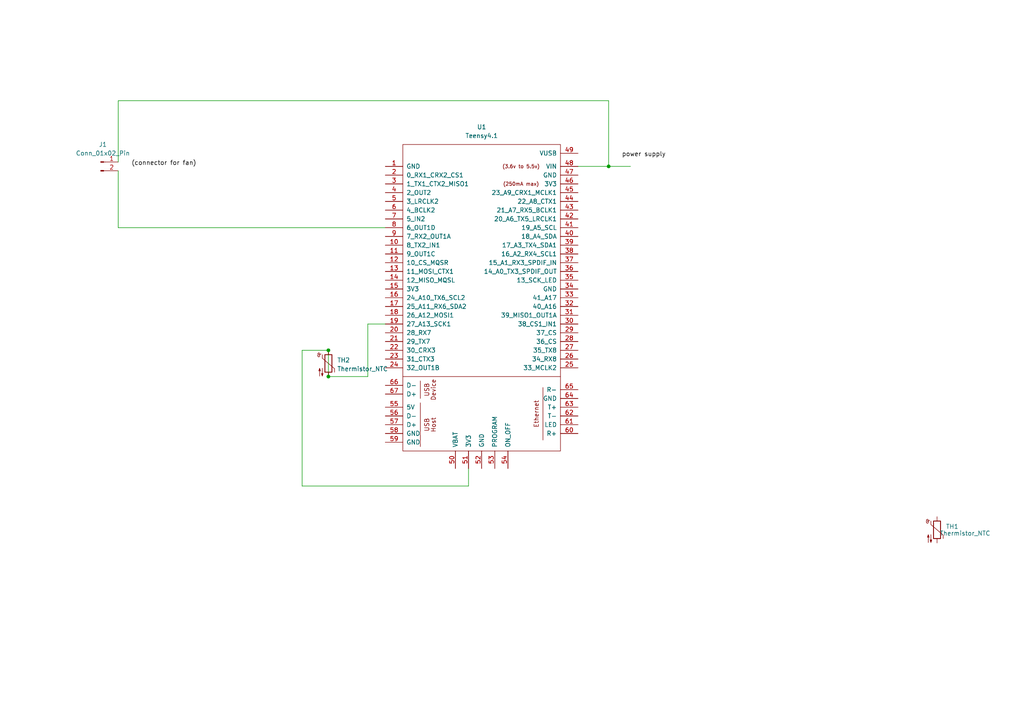
<source format=kicad_sch>
(kicad_sch
	(version 20250114)
	(generator "eeschema")
	(generator_version "9.0")
	(uuid "c0ad08e1-5e0f-496d-90a1-fe6949f5c71f")
	(paper "A4")
	(lib_symbols
		(symbol "Connector:Conn_01x02_Pin"
			(pin_names
				(offset 1.016)
				(hide yes)
			)
			(exclude_from_sim no)
			(in_bom yes)
			(on_board yes)
			(property "Reference" "J"
				(at 0 2.54 0)
				(effects
					(font
						(size 1.27 1.27)
					)
				)
			)
			(property "Value" "Conn_01x02_Pin"
				(at 0 -5.08 0)
				(effects
					(font
						(size 1.27 1.27)
					)
				)
			)
			(property "Footprint" ""
				(at 0 0 0)
				(effects
					(font
						(size 1.27 1.27)
					)
					(hide yes)
				)
			)
			(property "Datasheet" "~"
				(at 0 0 0)
				(effects
					(font
						(size 1.27 1.27)
					)
					(hide yes)
				)
			)
			(property "Description" "Generic connector, single row, 01x02, script generated"
				(at 0 0 0)
				(effects
					(font
						(size 1.27 1.27)
					)
					(hide yes)
				)
			)
			(property "ki_locked" ""
				(at 0 0 0)
				(effects
					(font
						(size 1.27 1.27)
					)
				)
			)
			(property "ki_keywords" "connector"
				(at 0 0 0)
				(effects
					(font
						(size 1.27 1.27)
					)
					(hide yes)
				)
			)
			(property "ki_fp_filters" "Connector*:*_1x??_*"
				(at 0 0 0)
				(effects
					(font
						(size 1.27 1.27)
					)
					(hide yes)
				)
			)
			(symbol "Conn_01x02_Pin_1_1"
				(rectangle
					(start 0.8636 0.127)
					(end 0 -0.127)
					(stroke
						(width 0.1524)
						(type default)
					)
					(fill
						(type outline)
					)
				)
				(rectangle
					(start 0.8636 -2.413)
					(end 0 -2.667)
					(stroke
						(width 0.1524)
						(type default)
					)
					(fill
						(type outline)
					)
				)
				(polyline
					(pts
						(xy 1.27 0) (xy 0.8636 0)
					)
					(stroke
						(width 0.1524)
						(type default)
					)
					(fill
						(type none)
					)
				)
				(polyline
					(pts
						(xy 1.27 -2.54) (xy 0.8636 -2.54)
					)
					(stroke
						(width 0.1524)
						(type default)
					)
					(fill
						(type none)
					)
				)
				(pin passive line
					(at 5.08 0 180)
					(length 3.81)
					(name "Pin_1"
						(effects
							(font
								(size 1.27 1.27)
							)
						)
					)
					(number "1"
						(effects
							(font
								(size 1.27 1.27)
							)
						)
					)
				)
				(pin passive line
					(at 5.08 -2.54 180)
					(length 3.81)
					(name "Pin_2"
						(effects
							(font
								(size 1.27 1.27)
							)
						)
					)
					(number "2"
						(effects
							(font
								(size 1.27 1.27)
							)
						)
					)
				)
			)
			(embedded_fonts no)
		)
		(symbol "Device:Thermistor_NTC"
			(pin_numbers
				(hide yes)
			)
			(pin_names
				(offset 0)
			)
			(exclude_from_sim no)
			(in_bom yes)
			(on_board yes)
			(property "Reference" "TH"
				(at -4.445 0 90)
				(effects
					(font
						(size 1.27 1.27)
					)
				)
			)
			(property "Value" "Thermistor_NTC"
				(at 3.175 0 90)
				(effects
					(font
						(size 1.27 1.27)
					)
				)
			)
			(property "Footprint" ""
				(at 0 1.27 0)
				(effects
					(font
						(size 1.27 1.27)
					)
					(hide yes)
				)
			)
			(property "Datasheet" "~"
				(at 0 1.27 0)
				(effects
					(font
						(size 1.27 1.27)
					)
					(hide yes)
				)
			)
			(property "Description" "Temperature dependent resistor, negative temperature coefficient"
				(at 0 0 0)
				(effects
					(font
						(size 1.27 1.27)
					)
					(hide yes)
				)
			)
			(property "ki_keywords" "thermistor NTC resistor sensor RTD"
				(at 0 0 0)
				(effects
					(font
						(size 1.27 1.27)
					)
					(hide yes)
				)
			)
			(property "ki_fp_filters" "*NTC* *Thermistor* PIN?ARRAY* bornier* *Terminal?Block* R_*"
				(at 0 0 0)
				(effects
					(font
						(size 1.27 1.27)
					)
					(hide yes)
				)
			)
			(symbol "Thermistor_NTC_0_1"
				(arc
					(start -3.175 2.413)
					(mid -3.0506 2.3165)
					(end -3.048 2.159)
					(stroke
						(width 0)
						(type default)
					)
					(fill
						(type none)
					)
				)
				(arc
					(start -3.048 2.794)
					(mid -2.9736 2.9736)
					(end -2.794 3.048)
					(stroke
						(width 0)
						(type default)
					)
					(fill
						(type none)
					)
				)
				(arc
					(start -2.794 3.048)
					(mid -2.6144 2.9736)
					(end -2.54 2.794)
					(stroke
						(width 0)
						(type default)
					)
					(fill
						(type none)
					)
				)
				(arc
					(start -2.794 2.54)
					(mid -2.9736 2.6144)
					(end -3.048 2.794)
					(stroke
						(width 0)
						(type default)
					)
					(fill
						(type none)
					)
				)
				(arc
					(start -2.794 1.905)
					(mid -2.9736 1.9794)
					(end -3.048 2.159)
					(stroke
						(width 0)
						(type default)
					)
					(fill
						(type none)
					)
				)
				(arc
					(start -2.54 2.159)
					(mid -2.6144 1.9794)
					(end -2.794 1.905)
					(stroke
						(width 0)
						(type default)
					)
					(fill
						(type none)
					)
				)
				(arc
					(start -2.159 2.794)
					(mid -2.434 2.5608)
					(end -2.794 2.54)
					(stroke
						(width 0)
						(type default)
					)
					(fill
						(type none)
					)
				)
				(polyline
					(pts
						(xy -2.54 2.159) (xy -2.54 2.794)
					)
					(stroke
						(width 0)
						(type default)
					)
					(fill
						(type none)
					)
				)
				(polyline
					(pts
						(xy -2.54 -3.683) (xy -2.54 -1.397) (xy -2.794 -2.159) (xy -2.286 -2.159) (xy -2.54 -1.397) (xy -2.54 -1.651)
					)
					(stroke
						(width 0)
						(type default)
					)
					(fill
						(type outline)
					)
				)
				(polyline
					(pts
						(xy -1.778 2.54) (xy -1.778 1.524) (xy 1.778 -1.524) (xy 1.778 -2.54)
					)
					(stroke
						(width 0)
						(type default)
					)
					(fill
						(type none)
					)
				)
				(polyline
					(pts
						(xy -1.778 -1.397) (xy -1.778 -3.683) (xy -2.032 -2.921) (xy -1.524 -2.921) (xy -1.778 -3.683)
						(xy -1.778 -3.429)
					)
					(stroke
						(width 0)
						(type default)
					)
					(fill
						(type outline)
					)
				)
				(rectangle
					(start -1.016 2.54)
					(end 1.016 -2.54)
					(stroke
						(width 0.254)
						(type default)
					)
					(fill
						(type none)
					)
				)
			)
			(symbol "Thermistor_NTC_1_1"
				(pin passive line
					(at 0 3.81 270)
					(length 1.27)
					(name "~"
						(effects
							(font
								(size 1.27 1.27)
							)
						)
					)
					(number "1"
						(effects
							(font
								(size 1.27 1.27)
							)
						)
					)
				)
				(pin passive line
					(at 0 -3.81 90)
					(length 1.27)
					(name "~"
						(effects
							(font
								(size 1.27 1.27)
							)
						)
					)
					(number "2"
						(effects
							(font
								(size 1.27 1.27)
							)
						)
					)
				)
			)
			(embedded_fonts no)
		)
		(symbol "teensy:Teensy4.1"
			(pin_names
				(offset 1.016)
			)
			(exclude_from_sim no)
			(in_bom yes)
			(on_board yes)
			(property "Reference" "U"
				(at 0 64.77 0)
				(effects
					(font
						(size 1.27 1.27)
					)
				)
			)
			(property "Value" "Teensy4.1"
				(at 0 62.23 0)
				(effects
					(font
						(size 1.27 1.27)
					)
				)
			)
			(property "Footprint" ""
				(at -10.16 10.16 0)
				(effects
					(font
						(size 1.27 1.27)
					)
					(hide yes)
				)
			)
			(property "Datasheet" ""
				(at -10.16 10.16 0)
				(effects
					(font
						(size 1.27 1.27)
					)
					(hide yes)
				)
			)
			(property "Description" ""
				(at 0 0 0)
				(effects
					(font
						(size 1.27 1.27)
					)
					(hide yes)
				)
			)
			(symbol "Teensy4.1_0_0"
				(polyline
					(pts
						(xy -22.86 -6.35) (xy 22.86 -6.35)
					)
					(stroke
						(width 0)
						(type solid)
					)
					(fill
						(type none)
					)
				)
				(polyline
					(pts
						(xy -17.78 -7.62) (xy -17.78 -12.7)
					)
					(stroke
						(width 0)
						(type solid)
					)
					(fill
						(type none)
					)
				)
				(polyline
					(pts
						(xy -17.78 -26.67) (xy -17.78 -13.97)
					)
					(stroke
						(width 0)
						(type solid)
					)
					(fill
						(type none)
					)
				)
				(polyline
					(pts
						(xy 17.78 -9.525) (xy 17.78 -24.765)
					)
					(stroke
						(width 0)
						(type solid)
					)
					(fill
						(type none)
					)
				)
				(text "USB"
					(at -15.875 -10.16 900)
					(effects
						(font
							(size 1.27 1.27)
						)
					)
				)
				(text "USB"
					(at -15.875 -20.32 900)
					(effects
						(font
							(size 1.27 1.27)
						)
					)
				)
				(text "Device"
					(at -13.97 -10.16 900)
					(effects
						(font
							(size 1.27 1.27)
						)
					)
				)
				(text "Host"
					(at -13.97 -20.32 900)
					(effects
						(font
							(size 1.27 1.27)
						)
					)
				)
				(text "(3.6v to 5.5v)"
					(at 11.43 54.61 0)
					(effects
						(font
							(size 1.016 1.016)
						)
					)
				)
				(text "(250mA max)"
					(at 11.43 49.53 0)
					(effects
						(font
							(size 1.016 1.016)
						)
					)
				)
				(text "Ethernet"
					(at 15.875 -17.145 900)
					(effects
						(font
							(size 1.27 1.27)
						)
					)
				)
				(pin bidirectional line
					(at -27.94 44.45 0)
					(length 5.08)
					(name "3_LRCLK2"
						(effects
							(font
								(size 1.27 1.27)
							)
						)
					)
					(number "5"
						(effects
							(font
								(size 1.27 1.27)
							)
						)
					)
				)
				(pin bidirectional line
					(at -27.94 41.91 0)
					(length 5.08)
					(name "4_BCLK2"
						(effects
							(font
								(size 1.27 1.27)
							)
						)
					)
					(number "6"
						(effects
							(font
								(size 1.27 1.27)
							)
						)
					)
				)
				(pin bidirectional line
					(at -27.94 39.37 0)
					(length 5.08)
					(name "5_IN2"
						(effects
							(font
								(size 1.27 1.27)
							)
						)
					)
					(number "7"
						(effects
							(font
								(size 1.27 1.27)
							)
						)
					)
				)
				(pin bidirectional line
					(at -27.94 36.83 0)
					(length 5.08)
					(name "6_OUT1D"
						(effects
							(font
								(size 1.27 1.27)
							)
						)
					)
					(number "8"
						(effects
							(font
								(size 1.27 1.27)
							)
						)
					)
				)
				(pin bidirectional line
					(at -27.94 34.29 0)
					(length 5.08)
					(name "7_RX2_OUT1A"
						(effects
							(font
								(size 1.27 1.27)
							)
						)
					)
					(number "9"
						(effects
							(font
								(size 1.27 1.27)
							)
						)
					)
				)
				(pin bidirectional line
					(at -27.94 31.75 0)
					(length 5.08)
					(name "8_TX2_IN1"
						(effects
							(font
								(size 1.27 1.27)
							)
						)
					)
					(number "10"
						(effects
							(font
								(size 1.27 1.27)
							)
						)
					)
				)
				(pin bidirectional line
					(at -27.94 29.21 0)
					(length 5.08)
					(name "9_OUT1C"
						(effects
							(font
								(size 1.27 1.27)
							)
						)
					)
					(number "11"
						(effects
							(font
								(size 1.27 1.27)
							)
						)
					)
				)
				(pin bidirectional line
					(at -27.94 26.67 0)
					(length 5.08)
					(name "10_CS_MQSR"
						(effects
							(font
								(size 1.27 1.27)
							)
						)
					)
					(number "12"
						(effects
							(font
								(size 1.27 1.27)
							)
						)
					)
				)
				(pin bidirectional line
					(at -27.94 24.13 0)
					(length 5.08)
					(name "11_MOSI_CTX1"
						(effects
							(font
								(size 1.27 1.27)
							)
						)
					)
					(number "13"
						(effects
							(font
								(size 1.27 1.27)
							)
						)
					)
				)
				(pin bidirectional line
					(at -27.94 21.59 0)
					(length 5.08)
					(name "12_MISO_MQSL"
						(effects
							(font
								(size 1.27 1.27)
							)
						)
					)
					(number "14"
						(effects
							(font
								(size 1.27 1.27)
							)
						)
					)
				)
				(pin power_in line
					(at -27.94 19.05 0)
					(length 5.08)
					(name "3V3"
						(effects
							(font
								(size 1.27 1.27)
							)
						)
					)
					(number "15"
						(effects
							(font
								(size 1.27 1.27)
							)
						)
					)
				)
				(pin bidirectional line
					(at -27.94 16.51 0)
					(length 5.08)
					(name "24_A10_TX6_SCL2"
						(effects
							(font
								(size 1.27 1.27)
							)
						)
					)
					(number "16"
						(effects
							(font
								(size 1.27 1.27)
							)
						)
					)
				)
				(pin bidirectional line
					(at -27.94 13.97 0)
					(length 5.08)
					(name "25_A11_RX6_SDA2"
						(effects
							(font
								(size 1.27 1.27)
							)
						)
					)
					(number "17"
						(effects
							(font
								(size 1.27 1.27)
							)
						)
					)
				)
				(pin bidirectional line
					(at -27.94 11.43 0)
					(length 5.08)
					(name "26_A12_MOSI1"
						(effects
							(font
								(size 1.27 1.27)
							)
						)
					)
					(number "18"
						(effects
							(font
								(size 1.27 1.27)
							)
						)
					)
				)
				(pin bidirectional line
					(at -27.94 8.89 0)
					(length 5.08)
					(name "27_A13_SCK1"
						(effects
							(font
								(size 1.27 1.27)
							)
						)
					)
					(number "19"
						(effects
							(font
								(size 1.27 1.27)
							)
						)
					)
				)
				(pin bidirectional line
					(at -27.94 6.35 0)
					(length 5.08)
					(name "28_RX7"
						(effects
							(font
								(size 1.27 1.27)
							)
						)
					)
					(number "20"
						(effects
							(font
								(size 1.27 1.27)
							)
						)
					)
				)
				(pin bidirectional line
					(at -27.94 3.81 0)
					(length 5.08)
					(name "29_TX7"
						(effects
							(font
								(size 1.27 1.27)
							)
						)
					)
					(number "21"
						(effects
							(font
								(size 1.27 1.27)
							)
						)
					)
				)
				(pin bidirectional line
					(at -27.94 1.27 0)
					(length 5.08)
					(name "30_CRX3"
						(effects
							(font
								(size 1.27 1.27)
							)
						)
					)
					(number "22"
						(effects
							(font
								(size 1.27 1.27)
							)
						)
					)
				)
				(pin bidirectional line
					(at -27.94 -1.27 0)
					(length 5.08)
					(name "31_CTX3"
						(effects
							(font
								(size 1.27 1.27)
							)
						)
					)
					(number "23"
						(effects
							(font
								(size 1.27 1.27)
							)
						)
					)
				)
				(pin bidirectional line
					(at -27.94 -3.81 0)
					(length 5.08)
					(name "32_OUT1B"
						(effects
							(font
								(size 1.27 1.27)
							)
						)
					)
					(number "24"
						(effects
							(font
								(size 1.27 1.27)
							)
						)
					)
				)
				(pin bidirectional line
					(at -27.94 -8.89 0)
					(length 5.08)
					(name "D-"
						(effects
							(font
								(size 1.27 1.27)
							)
						)
					)
					(number "66"
						(effects
							(font
								(size 1.27 1.27)
							)
						)
					)
				)
				(pin bidirectional line
					(at -27.94 -11.43 0)
					(length 5.08)
					(name "D+"
						(effects
							(font
								(size 1.27 1.27)
							)
						)
					)
					(number "67"
						(effects
							(font
								(size 1.27 1.27)
							)
						)
					)
				)
				(pin power_out line
					(at -27.94 -15.24 0)
					(length 5.08)
					(name "5V"
						(effects
							(font
								(size 1.27 1.27)
							)
						)
					)
					(number "55"
						(effects
							(font
								(size 1.27 1.27)
							)
						)
					)
				)
				(pin bidirectional line
					(at -27.94 -17.78 0)
					(length 5.08)
					(name "D-"
						(effects
							(font
								(size 1.27 1.27)
							)
						)
					)
					(number "56"
						(effects
							(font
								(size 1.27 1.27)
							)
						)
					)
				)
				(pin bidirectional line
					(at -27.94 -20.32 0)
					(length 5.08)
					(name "D+"
						(effects
							(font
								(size 1.27 1.27)
							)
						)
					)
					(number "57"
						(effects
							(font
								(size 1.27 1.27)
							)
						)
					)
				)
				(pin power_in line
					(at -27.94 -22.86 0)
					(length 5.08)
					(name "GND"
						(effects
							(font
								(size 1.27 1.27)
							)
						)
					)
					(number "58"
						(effects
							(font
								(size 1.27 1.27)
							)
						)
					)
				)
				(pin power_in line
					(at -27.94 -25.4 0)
					(length 5.08)
					(name "GND"
						(effects
							(font
								(size 1.27 1.27)
							)
						)
					)
					(number "59"
						(effects
							(font
								(size 1.27 1.27)
							)
						)
					)
				)
				(pin power_in line
					(at -7.62 -33.02 90)
					(length 5.08)
					(name "VBAT"
						(effects
							(font
								(size 1.27 1.27)
							)
						)
					)
					(number "50"
						(effects
							(font
								(size 1.27 1.27)
							)
						)
					)
				)
				(pin power_in line
					(at -3.81 -33.02 90)
					(length 5.08)
					(name "3V3"
						(effects
							(font
								(size 1.27 1.27)
							)
						)
					)
					(number "51"
						(effects
							(font
								(size 1.27 1.27)
							)
						)
					)
				)
				(pin input line
					(at 0 -33.02 90)
					(length 5.08)
					(name "GND"
						(effects
							(font
								(size 1.27 1.27)
							)
						)
					)
					(number "52"
						(effects
							(font
								(size 1.27 1.27)
							)
						)
					)
				)
				(pin input line
					(at 3.81 -33.02 90)
					(length 5.08)
					(name "PROGRAM"
						(effects
							(font
								(size 1.27 1.27)
							)
						)
					)
					(number "53"
						(effects
							(font
								(size 1.27 1.27)
							)
						)
					)
				)
				(pin input line
					(at 7.62 -33.02 90)
					(length 5.08)
					(name "ON_OFF"
						(effects
							(font
								(size 1.27 1.27)
							)
						)
					)
					(number "54"
						(effects
							(font
								(size 1.27 1.27)
							)
						)
					)
				)
				(pin power_out line
					(at 27.94 58.42 180)
					(length 5.08)
					(name "VUSB"
						(effects
							(font
								(size 1.27 1.27)
							)
						)
					)
					(number "49"
						(effects
							(font
								(size 1.27 1.27)
							)
						)
					)
				)
				(pin power_in line
					(at 27.94 54.61 180)
					(length 5.08)
					(name "VIN"
						(effects
							(font
								(size 1.27 1.27)
							)
						)
					)
					(number "48"
						(effects
							(font
								(size 1.27 1.27)
							)
						)
					)
				)
				(pin output line
					(at 27.94 52.07 180)
					(length 5.08)
					(name "GND"
						(effects
							(font
								(size 1.27 1.27)
							)
						)
					)
					(number "47"
						(effects
							(font
								(size 1.27 1.27)
							)
						)
					)
				)
				(pin output line
					(at 27.94 49.53 180)
					(length 5.08)
					(name "3V3"
						(effects
							(font
								(size 1.27 1.27)
							)
						)
					)
					(number "46"
						(effects
							(font
								(size 1.27 1.27)
							)
						)
					)
				)
				(pin bidirectional line
					(at 27.94 46.99 180)
					(length 5.08)
					(name "23_A9_CRX1_MCLK1"
						(effects
							(font
								(size 1.27 1.27)
							)
						)
					)
					(number "45"
						(effects
							(font
								(size 1.27 1.27)
							)
						)
					)
				)
				(pin bidirectional line
					(at 27.94 44.45 180)
					(length 5.08)
					(name "22_A8_CTX1"
						(effects
							(font
								(size 1.27 1.27)
							)
						)
					)
					(number "44"
						(effects
							(font
								(size 1.27 1.27)
							)
						)
					)
				)
				(pin bidirectional line
					(at 27.94 41.91 180)
					(length 5.08)
					(name "21_A7_RX5_BCLK1"
						(effects
							(font
								(size 1.27 1.27)
							)
						)
					)
					(number "43"
						(effects
							(font
								(size 1.27 1.27)
							)
						)
					)
				)
				(pin bidirectional line
					(at 27.94 39.37 180)
					(length 5.08)
					(name "20_A6_TX5_LRCLK1"
						(effects
							(font
								(size 1.27 1.27)
							)
						)
					)
					(number "42"
						(effects
							(font
								(size 1.27 1.27)
							)
						)
					)
				)
				(pin bidirectional line
					(at 27.94 36.83 180)
					(length 5.08)
					(name "19_A5_SCL"
						(effects
							(font
								(size 1.27 1.27)
							)
						)
					)
					(number "41"
						(effects
							(font
								(size 1.27 1.27)
							)
						)
					)
				)
				(pin bidirectional line
					(at 27.94 34.29 180)
					(length 5.08)
					(name "18_A4_SDA"
						(effects
							(font
								(size 1.27 1.27)
							)
						)
					)
					(number "40"
						(effects
							(font
								(size 1.27 1.27)
							)
						)
					)
				)
				(pin bidirectional line
					(at 27.94 31.75 180)
					(length 5.08)
					(name "17_A3_TX4_SDA1"
						(effects
							(font
								(size 1.27 1.27)
							)
						)
					)
					(number "39"
						(effects
							(font
								(size 1.27 1.27)
							)
						)
					)
				)
				(pin bidirectional line
					(at 27.94 29.21 180)
					(length 5.08)
					(name "16_A2_RX4_SCL1"
						(effects
							(font
								(size 1.27 1.27)
							)
						)
					)
					(number "38"
						(effects
							(font
								(size 1.27 1.27)
							)
						)
					)
				)
				(pin bidirectional line
					(at 27.94 26.67 180)
					(length 5.08)
					(name "15_A1_RX3_SPDIF_IN"
						(effects
							(font
								(size 1.27 1.27)
							)
						)
					)
					(number "37"
						(effects
							(font
								(size 1.27 1.27)
							)
						)
					)
				)
				(pin bidirectional line
					(at 27.94 24.13 180)
					(length 5.08)
					(name "14_A0_TX3_SPDIF_OUT"
						(effects
							(font
								(size 1.27 1.27)
							)
						)
					)
					(number "36"
						(effects
							(font
								(size 1.27 1.27)
							)
						)
					)
				)
				(pin bidirectional line
					(at 27.94 21.59 180)
					(length 5.08)
					(name "13_SCK_LED"
						(effects
							(font
								(size 1.27 1.27)
							)
						)
					)
					(number "35"
						(effects
							(font
								(size 1.27 1.27)
							)
						)
					)
				)
				(pin bidirectional line
					(at 27.94 16.51 180)
					(length 5.08)
					(name "41_A17"
						(effects
							(font
								(size 1.27 1.27)
							)
						)
					)
					(number "33"
						(effects
							(font
								(size 1.27 1.27)
							)
						)
					)
				)
				(pin bidirectional line
					(at 27.94 13.97 180)
					(length 5.08)
					(name "40_A16"
						(effects
							(font
								(size 1.27 1.27)
							)
						)
					)
					(number "32"
						(effects
							(font
								(size 1.27 1.27)
							)
						)
					)
				)
				(pin bidirectional line
					(at 27.94 11.43 180)
					(length 5.08)
					(name "39_MISO1_OUT1A"
						(effects
							(font
								(size 1.27 1.27)
							)
						)
					)
					(number "31"
						(effects
							(font
								(size 1.27 1.27)
							)
						)
					)
				)
				(pin bidirectional line
					(at 27.94 8.89 180)
					(length 5.08)
					(name "38_CS1_IN1"
						(effects
							(font
								(size 1.27 1.27)
							)
						)
					)
					(number "30"
						(effects
							(font
								(size 1.27 1.27)
							)
						)
					)
				)
				(pin bidirectional line
					(at 27.94 6.35 180)
					(length 5.08)
					(name "37_CS"
						(effects
							(font
								(size 1.27 1.27)
							)
						)
					)
					(number "29"
						(effects
							(font
								(size 1.27 1.27)
							)
						)
					)
				)
				(pin bidirectional line
					(at 27.94 3.81 180)
					(length 5.08)
					(name "36_CS"
						(effects
							(font
								(size 1.27 1.27)
							)
						)
					)
					(number "28"
						(effects
							(font
								(size 1.27 1.27)
							)
						)
					)
				)
				(pin bidirectional line
					(at 27.94 1.27 180)
					(length 5.08)
					(name "35_TX8"
						(effects
							(font
								(size 1.27 1.27)
							)
						)
					)
					(number "27"
						(effects
							(font
								(size 1.27 1.27)
							)
						)
					)
				)
				(pin bidirectional line
					(at 27.94 -1.27 180)
					(length 5.08)
					(name "34_RX8"
						(effects
							(font
								(size 1.27 1.27)
							)
						)
					)
					(number "26"
						(effects
							(font
								(size 1.27 1.27)
							)
						)
					)
				)
				(pin bidirectional line
					(at 27.94 -3.81 180)
					(length 5.08)
					(name "33_MCLK2"
						(effects
							(font
								(size 1.27 1.27)
							)
						)
					)
					(number "25"
						(effects
							(font
								(size 1.27 1.27)
							)
						)
					)
				)
				(pin bidirectional line
					(at 27.94 -10.16 180)
					(length 5.08)
					(name "R-"
						(effects
							(font
								(size 1.27 1.27)
							)
						)
					)
					(number "65"
						(effects
							(font
								(size 1.27 1.27)
							)
						)
					)
				)
				(pin power_in line
					(at 27.94 -12.7 180)
					(length 5.08)
					(name "GND"
						(effects
							(font
								(size 1.27 1.27)
							)
						)
					)
					(number "64"
						(effects
							(font
								(size 1.27 1.27)
							)
						)
					)
				)
				(pin bidirectional line
					(at 27.94 -15.24 180)
					(length 5.08)
					(name "T+"
						(effects
							(font
								(size 1.27 1.27)
							)
						)
					)
					(number "63"
						(effects
							(font
								(size 1.27 1.27)
							)
						)
					)
				)
				(pin bidirectional line
					(at 27.94 -17.78 180)
					(length 5.08)
					(name "T-"
						(effects
							(font
								(size 1.27 1.27)
							)
						)
					)
					(number "62"
						(effects
							(font
								(size 1.27 1.27)
							)
						)
					)
				)
				(pin bidirectional line
					(at 27.94 -20.32 180)
					(length 5.08)
					(name "LED"
						(effects
							(font
								(size 1.27 1.27)
							)
						)
					)
					(number "61"
						(effects
							(font
								(size 1.27 1.27)
							)
						)
					)
				)
				(pin bidirectional line
					(at 27.94 -22.86 180)
					(length 5.08)
					(name "R+"
						(effects
							(font
								(size 1.27 1.27)
							)
						)
					)
					(number "60"
						(effects
							(font
								(size 1.27 1.27)
							)
						)
					)
				)
			)
			(symbol "Teensy4.1_0_1"
				(rectangle
					(start -22.86 60.96)
					(end 22.86 -27.94)
					(stroke
						(width 0)
						(type solid)
					)
					(fill
						(type none)
					)
				)
				(rectangle
					(start -20.32 -1.27)
					(end -20.32 -1.27)
					(stroke
						(width 0)
						(type solid)
					)
					(fill
						(type none)
					)
				)
			)
			(symbol "Teensy4.1_1_1"
				(pin power_in line
					(at -27.94 54.61 0)
					(length 5.08)
					(name "GND"
						(effects
							(font
								(size 1.27 1.27)
							)
						)
					)
					(number "1"
						(effects
							(font
								(size 1.27 1.27)
							)
						)
					)
				)
				(pin bidirectional line
					(at -27.94 52.07 0)
					(length 5.08)
					(name "0_RX1_CRX2_CS1"
						(effects
							(font
								(size 1.27 1.27)
							)
						)
					)
					(number "2"
						(effects
							(font
								(size 1.27 1.27)
							)
						)
					)
				)
				(pin bidirectional line
					(at -27.94 49.53 0)
					(length 5.08)
					(name "1_TX1_CTX2_MISO1"
						(effects
							(font
								(size 1.27 1.27)
							)
						)
					)
					(number "3"
						(effects
							(font
								(size 1.27 1.27)
							)
						)
					)
				)
				(pin bidirectional line
					(at -27.94 46.99 0)
					(length 5.08)
					(name "2_OUT2"
						(effects
							(font
								(size 1.27 1.27)
							)
						)
					)
					(number "4"
						(effects
							(font
								(size 1.27 1.27)
							)
						)
					)
				)
				(pin power_in line
					(at 27.94 19.05 180)
					(length 5.08)
					(name "GND"
						(effects
							(font
								(size 1.27 1.27)
							)
						)
					)
					(number "34"
						(effects
							(font
								(size 1.27 1.27)
							)
						)
					)
				)
			)
			(embedded_fonts no)
		)
	)
	(junction
		(at 176.53 48.26)
		(diameter 0)
		(color 0 0 0 0)
		(uuid "0889576a-2c69-4af7-aca0-44f9b8c32436")
	)
	(junction
		(at 95.25 109.22)
		(diameter 0)
		(color 0 0 0 0)
		(uuid "2d8394f0-7b58-4468-9ff0-f039648cc8ba")
	)
	(junction
		(at 95.25 101.6)
		(diameter 0)
		(color 0 0 0 0)
		(uuid "8f3857e7-2967-4cc2-9b1b-2648fa63bd2e")
	)
	(wire
		(pts
			(xy 87.63 140.97) (xy 87.63 101.6)
		)
		(stroke
			(width 0)
			(type default)
		)
		(uuid "0274c20d-2044-436c-8dcb-cc478c777bb2")
	)
	(wire
		(pts
			(xy 106.68 109.22) (xy 106.68 93.98)
		)
		(stroke
			(width 0)
			(type default)
		)
		(uuid "0337033d-c75a-41d4-aee3-2cb99cadc190")
	)
	(wire
		(pts
			(xy 176.53 48.26) (xy 182.88 48.26)
		)
		(stroke
			(width 0)
			(type default)
		)
		(uuid "22604b69-a7e5-4d97-8ffe-fc46c5c81d75")
	)
	(wire
		(pts
			(xy 34.29 29.21) (xy 34.29 46.99)
		)
		(stroke
			(width 0)
			(type default)
		)
		(uuid "3acb49e1-77e8-4b0c-b89f-840cb20fb77a")
	)
	(wire
		(pts
			(xy 95.25 109.22) (xy 106.68 109.22)
		)
		(stroke
			(width 0)
			(type default)
		)
		(uuid "494870a4-0ea0-46c8-b55e-342d5eb837f8")
	)
	(wire
		(pts
			(xy 95.25 109.22) (xy 95.25 101.6)
		)
		(stroke
			(width 0)
			(type default)
		)
		(uuid "5c59669d-5f3e-4688-89d8-85475cebb33d")
	)
	(wire
		(pts
			(xy 87.63 101.6) (xy 95.25 101.6)
		)
		(stroke
			(width 0)
			(type default)
		)
		(uuid "85524673-3233-436b-b2f6-19e7a666a1a2")
	)
	(wire
		(pts
			(xy 106.68 93.98) (xy 111.76 93.98)
		)
		(stroke
			(width 0)
			(type default)
		)
		(uuid "90cbf71f-adf0-4feb-94a6-f7f3236447c2")
	)
	(wire
		(pts
			(xy 34.29 66.04) (xy 111.76 66.04)
		)
		(stroke
			(width 0)
			(type default)
		)
		(uuid "915bab0a-5dd0-4244-bc9c-97ab2f69d850")
	)
	(wire
		(pts
			(xy 135.89 135.89) (xy 135.89 140.97)
		)
		(stroke
			(width 0)
			(type default)
		)
		(uuid "9ef94a6b-d80c-4dee-bb64-fba260f41cd5")
	)
	(wire
		(pts
			(xy 176.53 48.26) (xy 176.53 29.21)
		)
		(stroke
			(width 0)
			(type default)
		)
		(uuid "a142f48f-9a7d-4c77-af05-e55618488bdf")
	)
	(wire
		(pts
			(xy 135.89 140.97) (xy 87.63 140.97)
		)
		(stroke
			(width 0)
			(type default)
		)
		(uuid "a8ad8b96-9fbc-4b92-9488-54751588432f")
	)
	(wire
		(pts
			(xy 34.29 29.21) (xy 176.53 29.21)
		)
		(stroke
			(width 0)
			(type default)
		)
		(uuid "a9bc7002-6ddc-4d22-b17a-76421621c160")
	)
	(wire
		(pts
			(xy 34.29 66.04) (xy 34.29 49.53)
		)
		(stroke
			(width 0)
			(type default)
		)
		(uuid "b010bfd6-c2fa-4b15-9132-ef5c56e4fe6d")
	)
	(wire
		(pts
			(xy 167.64 48.26) (xy 176.53 48.26)
		)
		(stroke
			(width 0)
			(type default)
		)
		(uuid "b397bd44-2eb0-455e-b51a-17a3fdc670b5")
	)
	(label "(connector for fan)"
		(at 38.1 48.26 0)
		(effects
			(font
				(size 1.27 1.27)
			)
			(justify left bottom)
		)
		(uuid "4c0db2ff-bb09-4b92-baa6-790f671cae07")
	)
	(label "power supply"
		(at 180.34 45.72 0)
		(effects
			(font
				(size 1.27 1.27)
			)
			(justify left bottom)
		)
		(uuid "cf3740fe-27fa-4765-8d9e-57c3a942593c")
	)
	(symbol
		(lib_id "teensy:Teensy4.1")
		(at 139.7 102.87 0)
		(unit 1)
		(exclude_from_sim no)
		(in_bom yes)
		(on_board yes)
		(dnp no)
		(fields_autoplaced yes)
		(uuid "14d27580-3185-4192-a77c-1944616aa876")
		(property "Reference" "U1"
			(at 139.7 36.83 0)
			(effects
				(font
					(size 1.27 1.27)
				)
			)
		)
		(property "Value" "Teensy4.1"
			(at 139.7 39.37 0)
			(effects
				(font
					(size 1.27 1.27)
				)
			)
		)
		(property "Footprint" ""
			(at 129.54 92.71 0)
			(effects
				(font
					(size 1.27 1.27)
				)
				(hide yes)
			)
		)
		(property "Datasheet" ""
			(at 129.54 92.71 0)
			(effects
				(font
					(size 1.27 1.27)
				)
				(hide yes)
			)
		)
		(property "Description" ""
			(at 139.7 102.87 0)
			(effects
				(font
					(size 1.27 1.27)
				)
				(hide yes)
			)
		)
		(pin "16"
			(uuid "729076ff-06d8-4cce-bf82-1da6313052a5")
		)
		(pin "23"
			(uuid "ade5f856-680b-4c86-8b94-c275469812aa")
		)
		(pin "12"
			(uuid "0f13d67c-8e33-446c-9227-f28e8c4deb82")
		)
		(pin "50"
			(uuid "71c414f8-bb29-4e60-90eb-1154b6efc8b3")
		)
		(pin "6"
			(uuid "a62f230b-03ed-46d1-969a-1f8c8ed79b37")
		)
		(pin "8"
			(uuid "640c1f6d-9738-4c84-a57a-271ad9d26fba")
		)
		(pin "9"
			(uuid "3439850a-9c5b-4e1c-ac07-4fab21561fc7")
		)
		(pin "15"
			(uuid "b2aebd81-27b5-42b4-9509-6a4edc02f0e6")
		)
		(pin "17"
			(uuid "da94af5f-c114-4241-b042-c9272b084022")
		)
		(pin "18"
			(uuid "d7c4880c-be57-4db4-8985-c09258e85e3a")
		)
		(pin "56"
			(uuid "ab6a4eff-0b7a-43dd-afc5-1e6fa899af95")
		)
		(pin "58"
			(uuid "7e796efe-b7e7-4a98-91b3-57c4b1a8bbf5")
		)
		(pin "24"
			(uuid "9e0f1f53-cd7a-43aa-b017-5a0e62cc9dda")
		)
		(pin "7"
			(uuid "84112cbe-e4b3-4bfc-ac0c-c8f960b167f6")
		)
		(pin "5"
			(uuid "65284488-39cb-46d2-a7b0-28bb7b0a3ab3")
		)
		(pin "21"
			(uuid "812df4af-55f7-4aeb-bd17-6c5c81c017bf")
		)
		(pin "20"
			(uuid "93668e69-c6a6-42b3-ae33-fafb75a16749")
		)
		(pin "66"
			(uuid "e0864ec3-9331-40b5-9c74-f435f0be8a82")
		)
		(pin "67"
			(uuid "8119739c-71c5-4859-b646-57248a02d300")
		)
		(pin "55"
			(uuid "7adeb058-b92a-409d-b40c-c502d012d584")
		)
		(pin "10"
			(uuid "bbb8a911-c398-4949-aeab-762c7e44b7b4")
		)
		(pin "14"
			(uuid "824e5775-17b6-46c6-86da-14bf82930a4b")
		)
		(pin "11"
			(uuid "59b1a791-3576-40f4-8103-ab8a40a59aae")
		)
		(pin "13"
			(uuid "e47682e4-02b7-4814-8f01-ad269aa5ac58")
		)
		(pin "19"
			(uuid "44f36566-47a0-4ba5-b0b8-268d7f432689")
		)
		(pin "22"
			(uuid "4eb75979-a152-46c1-a863-bff6ba329190")
		)
		(pin "57"
			(uuid "c947b4e3-4620-4ff8-af0c-e9586366ab06")
		)
		(pin "59"
			(uuid "7c2d51ba-7059-47fd-9035-75c5811a7832")
		)
		(pin "54"
			(uuid "52b6310c-60d7-4b49-9ec5-d3b009d02795")
		)
		(pin "38"
			(uuid "20f3013b-6234-4760-ba68-b3868cfc6efa")
		)
		(pin "29"
			(uuid "36962ff6-c370-47a6-a902-8377f03e5537")
		)
		(pin "45"
			(uuid "87b5c0a7-8c85-4455-aa71-e5ac1305a6bb")
		)
		(pin "65"
			(uuid "6c64aa1b-654e-49a0-9961-44d551caaad0")
		)
		(pin "51"
			(uuid "7244c8e2-2161-4bf4-8f49-98dc4292f6b4")
		)
		(pin "31"
			(uuid "277c4b1b-5094-4d53-a491-b8767ac23125")
		)
		(pin "44"
			(uuid "b7f11b7a-7ca1-4fe9-adbb-4d1554be3565")
		)
		(pin "28"
			(uuid "e3085a21-78ff-4360-9623-7df389d5b3e1")
		)
		(pin "25"
			(uuid "9dce715f-5678-4be8-81f5-fede6c935c1d")
		)
		(pin "49"
			(uuid "017f58a1-8938-4a51-8ecb-e97a3cc98325")
		)
		(pin "46"
			(uuid "e73ad136-9577-4f60-acec-e395d8d0cb2b")
		)
		(pin "30"
			(uuid "f73b137f-d18f-49d9-aff4-d5eb045615fd")
		)
		(pin "42"
			(uuid "19fe0afb-fbde-4485-8c1c-8adb4a5c456d")
		)
		(pin "52"
			(uuid "0dc3bad2-2d96-44c2-9f86-64887c9e1c96")
		)
		(pin "47"
			(uuid "1cb61963-f9ee-44b2-85f5-c9e5e22b5e52")
		)
		(pin "43"
			(uuid "f2f94d5e-d16c-432c-a6a3-04f975a8d8ac")
		)
		(pin "48"
			(uuid "24ac79f6-3d65-4002-bf6c-c2305c00b3fa")
		)
		(pin "41"
			(uuid "58c1ba8f-4b8d-4b41-a153-e43ccb46c1b6")
		)
		(pin "39"
			(uuid "e6835bb4-5bae-4ebf-8372-5a7de307b419")
		)
		(pin "37"
			(uuid "ed0320dd-74a9-4b01-8ea0-a9811bea2907")
		)
		(pin "53"
			(uuid "e8fbd8f6-79f7-459d-8a0d-b583448675fa")
		)
		(pin "36"
			(uuid "f14cd821-d26a-41d3-ad43-3ac7a1e3c4d3")
		)
		(pin "40"
			(uuid "f3b002d2-ce3e-40d7-9165-64b9234dc6f5")
		)
		(pin "35"
			(uuid "c42d2f17-7961-45eb-b8d7-61490424e7b8")
		)
		(pin "33"
			(uuid "1db5159c-86d4-4e30-9e01-e13cbb1f66ff")
		)
		(pin "32"
			(uuid "bdc24cb3-1bba-4a40-9a34-4a264d2b4f2a")
		)
		(pin "27"
			(uuid "bb97e780-dc91-4f0d-8d50-ad4011de6c4f")
		)
		(pin "26"
			(uuid "8821b534-253e-4939-9ca2-5c7085459192")
		)
		(pin "64"
			(uuid "f12ec00b-2ef0-47c3-93bb-2b1f1242cc53")
		)
		(pin "63"
			(uuid "d6823785-6883-44ed-8c52-633e3abf2441")
		)
		(pin "62"
			(uuid "1741dee6-0f0b-43c6-aad9-56cf8676eb23")
		)
		(pin "61"
			(uuid "26c9d3d3-3553-45f3-b721-fe885ddebb86")
		)
		(pin "60"
			(uuid "7ee2da46-c53b-42c0-823c-be842a490a8b")
		)
		(pin "2"
			(uuid "c41e849d-2a22-4d4d-bfdc-2c62f374d126")
		)
		(pin "1"
			(uuid "7544c629-e21f-4e37-8502-9777d6631084")
		)
		(pin "34"
			(uuid "fd2cd233-8aa7-460e-8c7e-5b477c1644f6")
		)
		(pin "4"
			(uuid "f98c2e25-e2d2-4d6e-bf97-d2d72da71dad")
		)
		(pin "3"
			(uuid "a4111820-c434-4b47-b4f0-6dddac38db17")
		)
		(instances
			(project ""
				(path "/c0ad08e1-5e0f-496d-90a1-fe6949f5c71f"
					(reference "U1")
					(unit 1)
				)
			)
		)
	)
	(symbol
		(lib_id "Device:Thermistor_NTC")
		(at 95.25 105.41 0)
		(unit 1)
		(exclude_from_sim no)
		(in_bom yes)
		(on_board yes)
		(dnp no)
		(fields_autoplaced yes)
		(uuid "2afd9d6b-3d78-4ae8-8921-79b65de1dd6e")
		(property "Reference" "TH2"
			(at 97.79 104.4574 0)
			(effects
				(font
					(size 1.27 1.27)
				)
				(justify left)
			)
		)
		(property "Value" "Thermistor_NTC"
			(at 97.79 106.9974 0)
			(effects
				(font
					(size 1.27 1.27)
				)
				(justify left)
			)
		)
		(property "Footprint" ""
			(at 95.25 104.14 0)
			(effects
				(font
					(size 1.27 1.27)
				)
				(hide yes)
			)
		)
		(property "Datasheet" "~"
			(at 95.25 104.14 0)
			(effects
				(font
					(size 1.27 1.27)
				)
				(hide yes)
			)
		)
		(property "Description" "Temperature dependent resistor, negative temperature coefficient"
			(at 95.25 105.41 0)
			(effects
				(font
					(size 1.27 1.27)
				)
				(hide yes)
			)
		)
		(pin "2"
			(uuid "64646add-55f9-44da-b06d-f6cdb15170c7")
		)
		(pin "1"
			(uuid "1cbff023-6cfb-41ba-a147-7dce9ef55f66")
		)
		(instances
			(project ""
				(path "/c0ad08e1-5e0f-496d-90a1-fe6949f5c71f"
					(reference "TH2")
					(unit 1)
				)
			)
		)
	)
	(symbol
		(lib_id "Device:Thermistor_NTC")
		(at 271.78 153.67 0)
		(unit 1)
		(exclude_from_sim no)
		(in_bom yes)
		(on_board yes)
		(dnp no)
		(uuid "7f5b0184-8956-434a-b26f-bbf9afac33df")
		(property "Reference" "TH1"
			(at 274.32 152.7174 0)
			(effects
				(font
					(size 1.27 1.27)
				)
				(justify left)
			)
		)
		(property "Value" "Thermistor_NTC"
			(at 272.542 154.686 0)
			(effects
				(font
					(size 1.27 1.27)
				)
				(justify left)
			)
		)
		(property "Footprint" ""
			(at 271.78 152.4 0)
			(effects
				(font
					(size 1.27 1.27)
				)
				(hide yes)
			)
		)
		(property "Datasheet" "~"
			(at 271.78 152.4 0)
			(effects
				(font
					(size 1.27 1.27)
				)
				(hide yes)
			)
		)
		(property "Description" "Temperature dependent resistor, negative temperature coefficient"
			(at 271.78 153.67 0)
			(effects
				(font
					(size 1.27 1.27)
				)
				(hide yes)
			)
		)
		(pin "1"
			(uuid "8ccb57ea-da0a-481f-9445-7e4e86dfd067")
		)
		(pin "2"
			(uuid "c3bdef0d-7e8d-45ab-86dd-03c94e092d0b")
		)
		(instances
			(project ""
				(path "/c0ad08e1-5e0f-496d-90a1-fe6949f5c71f"
					(reference "TH1")
					(unit 1)
				)
			)
		)
	)
	(symbol
		(lib_id "Connector:Conn_01x02_Pin")
		(at 29.21 46.99 0)
		(unit 1)
		(exclude_from_sim no)
		(in_bom yes)
		(on_board yes)
		(dnp no)
		(fields_autoplaced yes)
		(uuid "fb807ed9-8b8c-48d3-a40e-41f7bf5fd3a8")
		(property "Reference" "J1"
			(at 29.845 41.91 0)
			(effects
				(font
					(size 1.27 1.27)
				)
			)
		)
		(property "Value" "Conn_01x02_Pin"
			(at 29.845 44.45 0)
			(effects
				(font
					(size 1.27 1.27)
				)
			)
		)
		(property "Footprint" ""
			(at 29.21 46.99 0)
			(effects
				(font
					(size 1.27 1.27)
				)
				(hide yes)
			)
		)
		(property "Datasheet" "~"
			(at 29.21 46.99 0)
			(effects
				(font
					(size 1.27 1.27)
				)
				(hide yes)
			)
		)
		(property "Description" "Generic connector, single row, 01x02, script generated"
			(at 29.21 46.99 0)
			(effects
				(font
					(size 1.27 1.27)
				)
				(hide yes)
			)
		)
		(pin "2"
			(uuid "6e9d43aa-7624-4fcf-a93f-9a132c18c74d")
		)
		(pin "1"
			(uuid "5defc5f3-9e30-416a-a8bf-746362415613")
		)
		(instances
			(project ""
				(path "/c0ad08e1-5e0f-496d-90a1-fe6949f5c71f"
					(reference "J1")
					(unit 1)
				)
			)
		)
	)
	(sheet_instances
		(path "/"
			(page "1")
		)
	)
	(embedded_fonts no)
)

</source>
